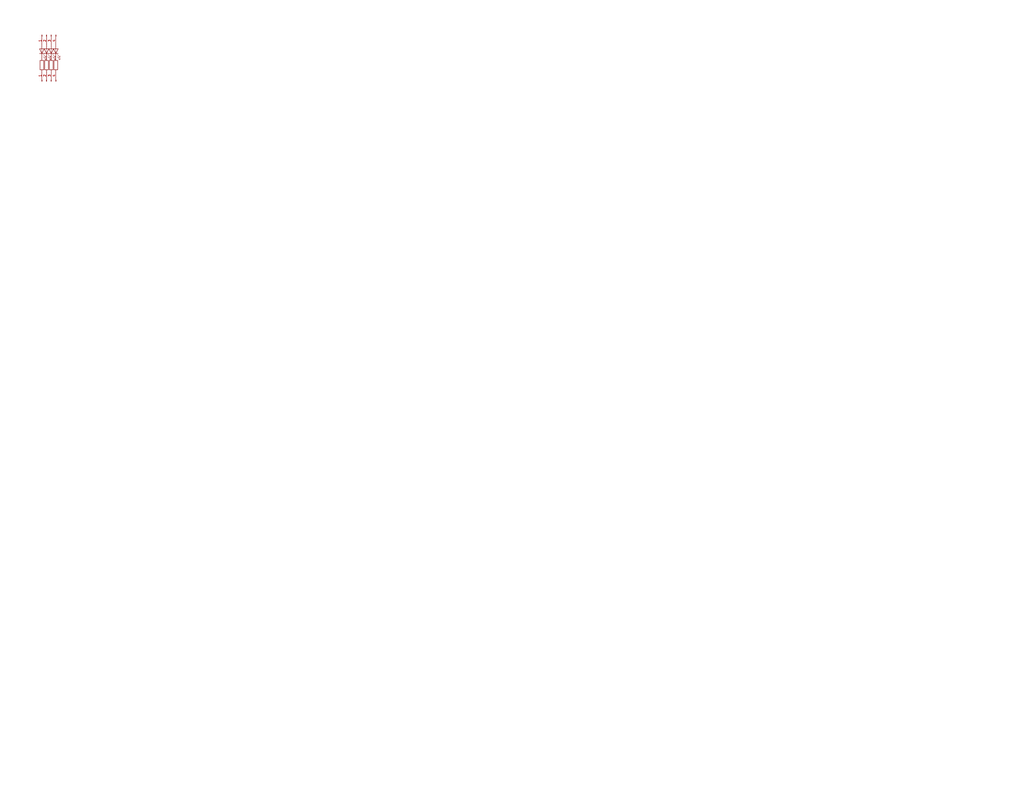
<source format=kicad_sch>
(kicad_sch (version 20230121) (generator eeschema)
  (paper "C")
  (title_block (title "<pcb-module>") (date "2022-10-29") (rev "1.0") (company "16-Bit Computer From Scratch") (comment 1 "Adam Clark (@eryjus)"))
  (lib_symbols
    (symbol "Connector:Conn_01x04_Pin" (pin_names (offset 1.016) hide)
      (property "Reference" "J" (at 0 5.08 0))
      (property "Value" "Conn_01x04_Pin" (at 0 -7.62 0))
      (symbol "Conn_01x04_Pin_1_1"
        (polyline (pts (xy 1.27 -5.08) (xy 0.8636 -5.08)) (stroke (width 0.1524)))
        (polyline (pts (xy 1.27 -2.54) (xy 0.8636 -2.54)) (stroke (width 0.1524)))
        (polyline (pts (xy 1.27 0) (xy 0.8636 0)) (stroke (width 0.1524)))
        (polyline (pts (xy 1.27 2.54) (xy 0.8636 2.54)) (stroke (width 0.1524)))
        (rectangle (start 0.8636 -4.953) (end 0 -5.207) (stroke (width 0.1524)) (fill (type outline)))
        (rectangle (start 0.8636 -2.413) (end 0 -2.667) (stroke (width 0.1524)) (fill (type outline)))
        (rectangle (start 0.8636 0.127) (end 0 -0.127) (stroke (width 0.1524)) (fill (type outline)))
        (rectangle (start 0.8636 2.667) (end 0 2.413) (stroke (width 0.1524)) (fill (type outline)))
        (pin passive line (at 5.08 2.54 180) (length 3.81) (name "Pin_1") (number "1"))
        (pin passive line (at 5.08 0 180) (length 3.81) (name "Pin_2") (number "2"))
        (pin passive line (at 5.08 -2.54 180) (length 3.81) (name "Pin_3") (number "3"))
        (pin passive line (at 5.08 -5.08 180) (length 3.81) (name "Pin_4") (number "4"))
      )
    )
    (symbol "Device:LED" (pin_numbers hide) (pin_names (offset 1.016) hide)
      (property "Reference" "D" (at 0 2.54 0))
      (property "Value" "LED" (at 0 -2.54 0))
      (symbol "LED_0_1"
        (polyline (pts (xy -1.27 -1.27) (xy -1.27 1.27)) (stroke (width 0.254)))
        (polyline (pts (xy -1.27 0) (xy 1.27 0)))
        (polyline (pts (xy 1.27 -1.27) (xy 1.27 1.27) (xy -1.27 0) (xy 1.27 -1.27)) (stroke (width 0.254)))
        (polyline (pts (xy -3.048 -0.762) (xy -4.572 -2.286) (xy -3.81 -2.286) (xy -4.572 -2.286) (xy -4.572 -1.524)))
        (polyline (pts (xy -1.778 -0.762) (xy -3.302 -2.286) (xy -2.54 -2.286) (xy -3.302 -2.286) (xy -3.302 -1.524)))
      )
      (symbol "LED_1_1"
        (pin passive line (at -3.81 0 0) (length 2.54) (name "K") (number "1"))
        (pin passive line (at 3.81 0 180) (length 2.54) (name "A") (number "2"))
      )
    )
    (symbol "Device:R" (pin_numbers hide) (pin_names (offset 0))
      (property "Reference" "R" (at 2.032 0 90))
      (property "Value" "R" (at 0 0 90))
      (symbol "R_0_1"
        (rectangle (start -1.016 -2.54) (end 1.016 2.54) (stroke (width 0.254)))
      )
      (symbol "R_1_1"
        (pin passive line (at 0 3.81 270) (length 1.27) (name "~") (number "1"))
        (pin passive line (at 0 -3.81 90) (length 1.27) (name "~") (number "2"))
      )
    )
  )
  (symbol (lib_id "Device:R") (at 30.48 35.56 0) (unit 1)
    (property "Reference" "R4" (effects hide))
    (property "Value" "R" (effects hide))
    (property "Footprint" "Resistor_SMD:R_1206_3216Metric_Pad1.30x1.75mm_HandSolder" (effects hide))
  )
  (symbol (lib_id "Connector:Conn_01x04_Pin") (at 25.4 44.45 90) (unit 1)
    (property "Reference" "J2" (effects hide))
    (property "Value" "Conn_01x16_Pin" (effects hide))
    (property "Footprint" "Connector_PinHeader_2.54mm:PinHeader_1x04_P2.54mm_Vertical" (effects hide))
  )
  (symbol (lib_id "Device:LED") (at 30.48 27.94 90) (unit 1)
    (property "Reference" "D4" (effects hide))
    (property "Value" "LED" (effects hide))
    (property "Footprint" "LED_SMD:LED_1206_3216Metric_Pad1.42x1.75mm_HandSolder" (effects hide))
  )
  (symbol (lib_id "Connector:Conn_01x04_Pin") (at 25.4 19.05 90) (mirror x) (unit 1)
    (property "Reference" "J1" (effects hide))
    (property "Value" "Conn_01x16_Pin" (effects hide))
    (property "Footprint" "Connector_PinHeader_2.54mm:PinHeader_1x04_P2.54mm_Vertical" (effects hide))
  )
  (symbol (lib_id "Device:LED") (at 27.94 27.94 90) (unit 1)
    (property "Reference" "D3" (effects hide))
    (property "Value" "LED" (effects hide))
    (property "Footprint" "LED_SMD:LED_1206_3216Metric_Pad1.42x1.75mm_HandSolder" (effects hide))
  )
  (symbol (lib_id "Device:LED") (at 25.4 27.94 90) (unit 1)
    (property "Reference" "D2" (effects hide))
    (property "Value" "LED" (effects hide))
    (property "Footprint" "LED_SMD:LED_1206_3216Metric_Pad1.42x1.75mm_HandSolder" (effects hide))
  )
  (symbol (lib_id "Device:R") (at 25.4 35.56 0) (unit 1)
    (property "Reference" "R2" (effects hide))
    (property "Value" "R" (effects hide))
    (property "Footprint" "Resistor_SMD:R_1206_3216Metric_Pad1.30x1.75mm_HandSolder" (effects hide))
  )
  (symbol (lib_id "Device:R") (at 27.94 35.56 0) (unit 1)
    (property "Reference" "R3" (effects hide))
    (property "Value" "R" (effects hide))
    (property "Footprint" "Resistor_SMD:R_1206_3216Metric_Pad1.30x1.75mm_HandSolder" (effects hide))
  )
  (symbol (lib_id "Device:R") (at 22.86 35.56 0) (unit 1)
    (property "Reference" "R1" (effects hide))
    (property "Value" "R" (effects hide))
    (property "Footprint" "Resistor_SMD:R_1206_3216Metric_Pad1.30x1.75mm_HandSolder" (effects hide))
  )
  (symbol (lib_id "Device:LED") (at 22.86 27.94 90) (unit 1)
    (property "Reference" "D1" (effects hide))
    (property "Value" "LED" (effects hide))
    (property "Footprint" "LED_SMD:LED_1206_3216Metric_Pad1.42x1.75mm_HandSolder" (effects hide))
  )
)
</source>
